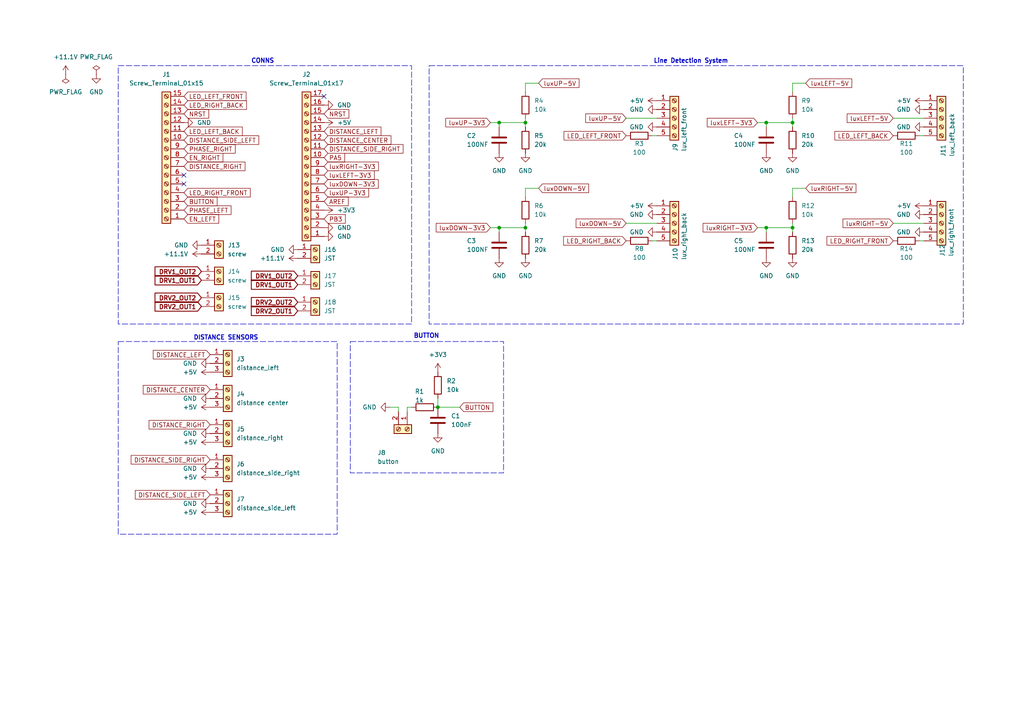
<source format=kicad_sch>
(kicad_sch (version 20250114) (generator "eeschema") (generator_version "9.0")
  (paper "A4")
  (title_block (title "MiniSumo Connectors Board") (date "2025-03-08") (rev "1") (company "Krzysztof Tomicki"))
  (lib_symbols
    (symbol "Connector:Screw_Terminal_01x02" (pin_names (offset 1.016) (hide yes))
      (property "Reference" "J" (at 0 2.54 0))
      (property "Value" "Screw_Terminal_01x02" (at 0 -5.08 0))
      (symbol "Screw_Terminal_01x02_1_1"
        (rectangle (start -1.27 1.27) (end 1.27 -3.81) (stroke (width 0.254)) (fill (type background)))
        (polyline (pts (xy -0.5334 0.3302) (xy 0.3302 -0.508)) (stroke (width 0.1524)))
        (polyline (pts (xy -0.5334 -2.2098) (xy 0.3302 -3.048)) (stroke (width 0.1524)))
        (polyline (pts (xy -0.3556 0.508) (xy 0.508 -0.3302)) (stroke (width 0.1524)))
        (polyline (pts (xy -0.3556 -2.032) (xy 0.508 -2.8702)) (stroke (width 0.1524)))
        (circle (center 0 0) (radius 0.635) (stroke (width 0.1524)))
        (circle (center 0 -2.54) (radius 0.635) (stroke (width 0.1524)))
        (pin passive line (at -5.08 0 0) (length 3.81) (name "Pin_1") (number "1"))
        (pin passive line (at -5.08 -2.54 0) (length 3.81) (name "Pin_2") (number "2"))
      )
    )
    (symbol "Connector:Screw_Terminal_01x03" (pin_names (offset 1.016) (hide yes))
      (property "Reference" "J" (at 0 5.08 0))
      (property "Value" "Screw_Terminal_01x03" (at 0 -5.08 0))
      (symbol "Screw_Terminal_01x03_1_1"
        (rectangle (start -1.27 3.81) (end 1.27 -3.81) (stroke (width 0.254)) (fill (type background)))
        (polyline (pts (xy -0.5334 2.8702) (xy 0.3302 2.032)) (stroke (width 0.1524)))
        (polyline (pts (xy -0.5334 0.3302) (xy 0.3302 -0.508)) (stroke (width 0.1524)))
        (polyline (pts (xy -0.5334 -2.2098) (xy 0.3302 -3.048)) (stroke (width 0.1524)))
        (polyline (pts (xy -0.3556 3.048) (xy 0.508 2.2098)) (stroke (width 0.1524)))
        (polyline (pts (xy -0.3556 0.508) (xy 0.508 -0.3302)) (stroke (width 0.1524)))
        (polyline (pts (xy -0.3556 -2.032) (xy 0.508 -2.8702)) (stroke (width 0.1524)))
        (circle (center 0 2.54) (radius 0.635) (stroke (width 0.1524)))
        (circle (center 0 0) (radius 0.635) (stroke (width 0.1524)))
        (circle (center 0 -2.54) (radius 0.635) (stroke (width 0.1524)))
        (pin passive line (at -5.08 2.54 0) (length 3.81) (name "Pin_1") (number "1"))
        (pin passive line (at -5.08 0 0) (length 3.81) (name "Pin_2") (number "2"))
        (pin passive line (at -5.08 -2.54 0) (length 3.81) (name "Pin_3") (number "3"))
      )
    )
    (symbol "Connector:Screw_Terminal_01x05" (pin_names (offset 1.016) (hide yes))
      (property "Reference" "J" (at 0 7.62 0))
      (property "Value" "Screw_Terminal_01x05" (at 0 -7.62 0))
      (symbol "Screw_Terminal_01x05_1_1"
        (rectangle (start -1.27 6.35) (end 1.27 -6.35) (stroke (width 0.254)) (fill (type background)))
        (polyline (pts (xy -0.5334 5.4102) (xy 0.3302 4.572)) (stroke (width 0.1524)))
        (polyline (pts (xy -0.5334 2.8702) (xy 0.3302 2.032)) (stroke (width 0.1524)))
        (polyline (pts (xy -0.5334 0.3302) (xy 0.3302 -0.508)) (stroke (width 0.1524)))
        (polyline (pts (xy -0.5334 -2.2098) (xy 0.3302 -3.048)) (stroke (width 0.1524)))
        (polyline (pts (xy -0.5334 -4.7498) (xy 0.3302 -5.588)) (stroke (width 0.1524)))
        (polyline (pts (xy -0.3556 5.588) (xy 0.508 4.7498)) (stroke (width 0.1524)))
        (polyline (pts (xy -0.3556 3.048) (xy 0.508 2.2098)) (stroke (width 0.1524)))
        (polyline (pts (xy -0.3556 0.508) (xy 0.508 -0.3302)) (stroke (width 0.1524)))
        (polyline (pts (xy -0.3556 -2.032) (xy 0.508 -2.8702)) (stroke (width 0.1524)))
        (polyline (pts (xy -0.3556 -4.572) (xy 0.508 -5.4102)) (stroke (width 0.1524)))
        (circle (center 0 5.08) (radius 0.635) (stroke (width 0.1524)))
        (circle (center 0 2.54) (radius 0.635) (stroke (width 0.1524)))
        (circle (center 0 0) (radius 0.635) (stroke (width 0.1524)))
        (circle (center 0 -2.54) (radius 0.635) (stroke (width 0.1524)))
        (circle (center 0 -5.08) (radius 0.635) (stroke (width 0.1524)))
        (pin passive line (at -5.08 5.08 0) (length 3.81) (name "Pin_1") (number "1"))
        (pin passive line (at -5.08 2.54 0) (length 3.81) (name "Pin_2") (number "2"))
        (pin passive line (at -5.08 0 0) (length 3.81) (name "Pin_3") (number "3"))
        (pin passive line (at -5.08 -2.54 0) (length 3.81) (name "Pin_4") (number "4"))
        (pin passive line (at -5.08 -5.08 0) (length 3.81) (name "Pin_5") (number "5"))
      )
    )
    (symbol "Connector:Screw_Terminal_01x15" (pin_names (offset 1.016) (hide yes))
      (property "Reference" "J" (at 0 20.32 0))
      (property "Value" "Screw_Terminal_01x15" (at 0 -20.32 0))
      (symbol "Screw_Terminal_01x15_1_1"
        (rectangle (start -1.27 19.05) (end 1.27 -19.05) (stroke (width 0.254)) (fill (type background)))
        (polyline (pts (xy -0.5334 18.1102) (xy 0.3302 17.272)) (stroke (width 0.1524)))
        (polyline (pts (xy -0.5334 15.5702) (xy 0.3302 14.732)) (stroke (width 0.1524)))
        (polyline (pts (xy -0.5334 13.0302) (xy 0.3302 12.192)) (stroke (width 0.1524)))
        (polyline (pts (xy -0.5334 10.4902) (xy 0.3302 9.652)) (stroke (width 0.1524)))
        (polyline (pts (xy -0.5334 7.9502) (xy 0.3302 7.112)) (stroke (width 0.1524)))
        (polyline (pts (xy -0.5334 5.4102) (xy 0.3302 4.572)) (stroke (width 0.1524)))
        (polyline (pts (xy -0.5334 2.8702) (xy 0.3302 2.032)) (stroke (width 0.1524)))
        (polyline (pts (xy -0.5334 0.3302) (xy 0.3302 -0.508)) (stroke (width 0.1524)))
        (polyline (pts (xy -0.5334 -2.2098) (xy 0.3302 -3.048)) (stroke (width 0.1524)))
        (polyline (pts (xy -0.5334 -4.7498) (xy 0.3302 -5.588)) (stroke (width 0.1524)))
        (polyline (pts (xy -0.5334 -7.2898) (xy 0.3302 -8.128)) (stroke (width 0.1524)))
        (polyline (pts (xy -0.5334 -9.8298) (xy 0.3302 -10.668)) (stroke (width 0.1524)))
        (polyline (pts (xy -0.5334 -12.3698) (xy 0.3302 -13.208)) (stroke (width 0.1524)))
        (polyline (pts (xy -0.5334 -14.9098) (xy 0.3302 -15.748)) (stroke (width 0.1524)))
        (polyline (pts (xy -0.5334 -17.4498) (xy 0.3302 -18.288)) (stroke (width 0.1524)))
        (polyline (pts (xy -0.3556 18.288) (xy 0.508 17.4498)) (stroke (width 0.1524)))
        (polyline (pts (xy -0.3556 15.748) (xy 0.508 14.9098)) (stroke (width 0.1524)))
        (polyline (pts (xy -0.3556 13.208) (xy 0.508 12.3698)) (stroke (width 0.1524)))
        (polyline (pts (xy -0.3556 10.668) (xy 0.508 9.8298)) (stroke (width 0.1524)))
        (polyline (pts (xy -0.3556 8.128) (xy 0.508 7.2898)) (stroke (width 0.1524)))
        (polyline (pts (xy -0.3556 5.588) (xy 0.508 4.7498)) (stroke (width 0.1524)))
        (polyline (pts (xy -0.3556 3.048) (xy 0.508 2.2098)) (stroke (width 0.1524)))
        (polyline (pts (xy -0.3556 0.508) (xy 0.508 -0.3302)) (stroke (width 0.1524)))
        (polyline (pts (xy -0.3556 -2.032) (xy 0.508 -2.8702)) (stroke (width 0.1524)))
        (polyline (pts (xy -0.3556 -4.572) (xy 0.508 -5.4102)) (stroke (width 0.1524)))
        (polyline (pts (xy -0.3556 -7.112) (xy 0.508 -7.9502)) (stroke (width 0.1524)))
        (polyline (pts (xy -0.3556 -9.652) (xy 0.508 -10.4902)) (stroke (width 0.1524)))
        (polyline (pts (xy -0.3556 -12.192) (xy 0.508 -13.0302)) (stroke (width 0.1524)))
        (polyline (pts (xy -0.3556 -14.732) (xy 0.508 -15.5702)) (stroke (width 0.1524)))
        (polyline (pts (xy -0.3556 -17.272) (xy 0.508 -18.1102)) (stroke (width 0.1524)))
        (circle (center 0 17.78) (radius 0.635) (stroke (width 0.1524)))
        (circle (center 0 15.24) (radius 0.635) (stroke (width 0.1524)))
        (circle (center 0 12.7) (radius 0.635) (stroke (width 0.1524)))
        (circle (center 0 10.16) (radius 0.635) (stroke (width 0.1524)))
        (circle (center 0 7.62) (radius 0.635) (stroke (width 0.1524)))
        (circle (center 0 5.08) (radius 0.635) (stroke (width 0.1524)))
        (circle (center 0 2.54) (radius 0.635) (stroke (width 0.1524)))
        (circle (center 0 0) (radius 0.635) (stroke (width 0.1524)))
        (circle (center 0 -2.54) (radius 0.635) (stroke (width 0.1524)))
        (circle (center 0 -5.08) (radius 0.635) (stroke (width 0.1524)))
        (circle (center 0 -7.62) (radius 0.635) (stroke (width 0.1524)))
        (circle (center 0 -10.16) (radius 0.635) (stroke (width 0.1524)))
        (circle (center 0 -12.7) (radius 0.635) (stroke (width 0.1524)))
        (circle (center 0 -15.24) (radius 0.635) (stroke (width 0.1524)))
        (circle (center 0 -17.78) (radius 0.635) (stroke (width 0.1524)))
        (pin passive line (at -5.08 17.78 0) (length 3.81) (name "Pin_1") (number "1"))
        (pin passive line (at -5.08 15.24 0) (length 3.81) (name "Pin_2") (number "2"))
        (pin passive line (at -5.08 12.7 0) (length 3.81) (name "Pin_3") (number "3"))
        (pin passive line (at -5.08 10.16 0) (length 3.81) (name "Pin_4") (number "4"))
        (pin passive line (at -5.08 7.62 0) (length 3.81) (name "Pin_5") (number "5"))
        (pin passive line (at -5.08 5.08 0) (length 3.81) (name "Pin_6") (number "6"))
        (pin passive line (at -5.08 2.54 0) (length 3.81) (name "Pin_7") (number "7"))
        (pin passive line (at -5.08 0 0) (length 3.81) (name "Pin_8") (number "8"))
        (pin passive line (at -5.08 -2.54 0) (length 3.81) (name "Pin_9") (number "9"))
        (pin passive line (at -5.08 -5.08 0) (length 3.81) (name "Pin_10") (number "10"))
        (pin passive line (at -5.08 -7.62 0) (length 3.81) (name "Pin_11") (number "11"))
        (pin passive line (at -5.08 -10.16 0) (length 3.81) (name "Pin_12") (number "12"))
        (pin passive line (at -5.08 -12.7 0) (length 3.81) (name "Pin_13") (number "13"))
        (pin passive line (at -5.08 -15.24 0) (length 3.81) (name "Pin_14") (number "14"))
        (pin passive line (at -5.08 -17.78 0) (length 3.81) (name "Pin_15") (number "15"))
      )
    )
    (symbol "Connector:Screw_Terminal_01x17" (pin_names (offset 1.016) (hide yes))
      (property "Reference" "J" (at 0 22.86 0))
      (property "Value" "Screw_Terminal_01x17" (at 0 -22.86 0))
      (symbol "Screw_Terminal_01x17_1_1"
        (rectangle (start -1.27 21.59) (end 1.27 -21.59) (stroke (width 0.254)) (fill (type background)))
        (polyline (pts (xy -0.5334 20.6502) (xy 0.3302 19.812)) (stroke (width 0.1524)))
        (polyline (pts (xy -0.5334 18.1102) (xy 0.3302 17.272)) (stroke (width 0.1524)))
        (polyline (pts (xy -0.5334 15.5702) (xy 0.3302 14.732)) (stroke (width 0.1524)))
        (polyline (pts (xy -0.5334 13.0302) (xy 0.3302 12.192)) (stroke (width 0.1524)))
        (polyline (pts (xy -0.5334 10.4902) (xy 0.3302 9.652)) (stroke (width 0.1524)))
        (polyline (pts (xy -0.5334 7.9502) (xy 0.3302 7.112)) (stroke (width 0.1524)))
        (polyline (pts (xy -0.5334 5.4102) (xy 0.3302 4.572)) (stroke (width 0.1524)))
        (polyline (pts (xy -0.5334 2.8702) (xy 0.3302 2.032)) (stroke (width 0.1524)))
        (polyline (pts (xy -0.5334 0.3302) (xy 0.3302 -0.508)) (stroke (width 0.1524)))
        (polyline (pts (xy -0.5334 -2.2098) (xy 0.3302 -3.048)) (stroke (width 0.1524)))
        (polyline (pts (xy -0.5334 -4.7498) (xy 0.3302 -5.588)) (stroke (width 0.1524)))
        (polyline (pts (xy -0.5334 -7.2898) (xy 0.3302 -8.128)) (stroke (width 0.1524)))
        (polyline (pts (xy -0.5334 -9.8298) (xy 0.3302 -10.668)) (stroke (width 0.1524)))
        (polyline (pts (xy -0.5334 -12.3698) (xy 0.3302 -13.208)) (stroke (width 0.1524)))
        (polyline (pts (xy -0.5334 -14.9098) (xy 0.3302 -15.748)) (stroke (width 0.1524)))
        (polyline (pts (xy -0.5334 -17.4498) (xy 0.3302 -18.288)) (stroke (width 0.1524)))
        (polyline (pts (xy -0.5334 -19.9898) (xy 0.3302 -20.828)) (stroke (width 0.1524)))
        (polyline (pts (xy -0.3556 20.828) (xy 0.508 19.9898)) (stroke (width 0.1524)))
        (polyline (pts (xy -0.3556 18.288) (xy 0.508 17.4498)) (stroke (width 0.1524)))
        (polyline (pts (xy -0.3556 15.748) (xy 0.508 14.9098)) (stroke (width 0.1524)))
        (polyline (pts (xy -0.3556 13.208) (xy 0.508 12.3698)) (stroke (width 0.1524)))
        (polyline (pts (xy -0.3556 10.668) (xy 0.508 9.8298)) (stroke (width 0.1524)))
        (polyline (pts (xy -0.3556 8.128) (xy 0.508 7.2898)) (stroke (width 0.1524)))
        (polyline (pts (xy -0.3556 5.588) (xy 0.508 4.7498)) (stroke (width 0.1524)))
        (polyline (pts (xy -0.3556 3.048) (xy 0.508 2.2098)) (stroke (width 0.1524)))
        (polyline (pts (xy -0.3556 0.508) (xy 0.508 -0.3302)) (stroke (width 0.1524)))
        (polyline (pts (xy -0.3556 -2.032) (xy 0.508 -2.8702)) (stroke (width 0.1524)))
        (polyline (pts (xy -0.3556 -4.572) (xy 0.508 -5.4102)) (stroke (width 0.1524)))
        (polyline (pts (xy -0.3556 -7.112) (xy 0.508 -7.9502)) (stroke (width 0.1524)))
        (polyline (pts (xy -0.3556 -9.652) (xy 0.508 -10.4902)) (stroke (width 0.1524)))
        (polyline (pts (xy -0.3556 -12.192) (xy 0.508 -13.0302)) (stroke (width 0.1524)))
        (polyline (pts (xy -0.3556 -14.732) (xy 0.508 -15.5702)) (stroke (width 0.1524)))
        (polyline (pts (xy -0.3556 -17.272) (xy 0.508 -18.1102)) (stroke (width 0.1524)))
        (polyline (pts (xy -0.3556 -19.812) (xy 0.508 -20.6502)) (stroke (width 0.1524)))
        (circle (center 0 20.32) (radius 0.635) (stroke (width 0.1524)))
        (circle (center 0 17.78) (radius 0.635) (stroke (width 0.1524)))
        (circle (center 0 15.24) (radius 0.635) (stroke (width 0.1524)))
        (circle (center 0 12.7) (radius 0.635) (stroke (width 0.1524)))
        (circle (center 0 10.16) (radius 0.635) (stroke (width 0.1524)))
        (circle (center 0 7.62) (radius 0.635) (stroke (width 0.1524)))
        (circle (center 0 5.08) (radius 0.635) (stroke (width 0.1524)))
        (circle (center 0 2.54) (radius 0.635) (stroke (width 0.1524)))
        (circle (center 0 0) (radius 0.635) (stroke (width 0.1524)))
        (circle (center 0 -2.54) (radius 0.635) (stroke (width 0.1524)))
        (circle (center 0 -5.08) (radius 0.635) (stroke (width 0.1524)))
        (circle (center 0 -7.62) (radius 0.635) (stroke (width 0.1524)))
        (circle (center 0 -10.16) (radius 0.635) (stroke (width 0.1524)))
        (circle (center 0 -12.7) (radius 0.635) (stroke (width 0.1524)))
        (circle (center 0 -15.24) (radius 0.635) (stroke (width 0.1524)))
        (circle (center 0 -17.78) (radius 0.635) (stroke (width 0.1524)))
        (circle (center 0 -20.32) (radius 0.635) (stroke (width 0.1524)))
        (pin passive line (at -5.08 20.32 0) (length 3.81) (name "Pin_1") (number "1"))
        (pin passive line (at -5.08 17.78 0) (length 3.81) (name "Pin_2") (number "2"))
        (pin passive line (at -5.08 15.24 0) (length 3.81) (name "Pin_3") (number "3"))
        (pin passive line (at -5.08 12.7 0) (length 3.81) (name "Pin_4") (number "4"))
        (pin passive line (at -5.08 10.16 0) (length 3.81) (name "Pin_5") (number "5"))
        (pin passive line (at -5.08 7.62 0) (length 3.81) (name "Pin_6") (number "6"))
        (pin passive line (at -5.08 5.08 0) (length 3.81) (name "Pin_7") (number "7"))
        (pin passive line (at -5.08 2.54 0) (length 3.81) (name "Pin_8") (number "8"))
        (pin passive line (at -5.08 0 0) (length 3.81) (name "Pin_9") (number "9"))
        (pin passive line (at -5.08 -2.54 0) (length 3.81) (name "Pin_10") (number "10"))
        (pin passive line (at -5.08 -5.08 0) (length 3.81) (name "Pin_11") (number "11"))
        (pin passive line (at -5.08 -7.62 0) (length 3.81) (name "Pin_12") (number "12"))
        (pin passive line (at -5.08 -10.16 0) (length 3.81) (name "Pin_13") (number "13"))
        (pin passive line (at -5.08 -12.7 0) (length 3.81) (name "Pin_14") (number "14"))
        (pin passive line (at -5.08 -15.24 0) (length 3.81) (name "Pin_15") (number "15"))
        (pin passive line (at -5.08 -17.78 0) (length 3.81) (name "Pin_16") (number "16"))
        (pin passive line (at -5.08 -20.32 0) (length 3.81) (name "Pin_17") (number "17"))
      )
    )
    (symbol "Device:C" (pin_numbers (hide yes)) (pin_names (offset 0.254))
      (property "Reference" "C" (at 0.635 2.54 0))
      (property "Value" "C" (at 0.635 -2.54 0))
      (symbol "C_0_1"
        (polyline (pts (xy -2.032 0.762) (xy 2.032 0.762)) (stroke (width 0.508)))
        (polyline (pts (xy -2.032 -0.762) (xy 2.032 -0.762)) (stroke (width 0.508)))
      )
      (symbol "C_1_1"
        (pin passive line (at 0 3.81 270) (length 2.794) (name "~") (number "1"))
        (pin passive line (at 0 -3.81 90) (length 2.794) (name "~") (number "2"))
      )
    )
    (symbol "Device:R" (pin_numbers (hide yes)) (pin_names (offset 0))
      (property "Reference" "R" (at 2.032 0 90))
      (property "Value" "R" (at 0 0 90))
      (symbol "R_0_1"
        (rectangle (start -1.016 -2.54) (end 1.016 2.54) (stroke (width 0.254)))
      )
      (symbol "R_1_1"
        (pin passive line (at 0 3.81 270) (length 1.27) (name "~") (number "1"))
        (pin passive line (at 0 -3.81 90) (length 1.27) (name "~") (number "2"))
      )
    )
    (symbol "power:+12V" (power) (pin_numbers (hide yes)) (pin_names (offset 0) (hide yes))
      (property "Value" "+12V" (at 0 3.556 0))
      (symbol "+12V_0_1"
        (polyline (pts (xy -0.762 1.27) (xy 0 2.54)))
        (polyline (pts (xy 0 2.54) (xy 0.762 1.27)))
        (polyline (pts (xy 0 0) (xy 0 2.54)))
      )
      (symbol "+12V_1_1"
        (pin power_in line (at 0 0 90) (length 0) (name "~") (number "1"))
      )
    )
    (symbol "power:+3V3" (power) (pin_numbers (hide yes)) (pin_names (offset 0) (hide yes))
      (property "Value" "+3V3" (at 0 3.556 0))
      (symbol "+3V3_0_1"
        (polyline (pts (xy -0.762 1.27) (xy 0 2.54)))
        (polyline (pts (xy 0 2.54) (xy 0.762 1.27)))
        (polyline (pts (xy 0 0) (xy 0 2.54)))
      )
      (symbol "+3V3_1_1"
        (pin power_in line (at 0 0 90) (length 0) (name "~") (number "1"))
      )
    )
    (symbol "power:+5V" (power) (pin_numbers (hide yes)) (pin_names (offset 0) (hide yes))
      (property "Value" "+5V" (at 0 3.556 0))
      (symbol "+5V_0_1"
        (polyline (pts (xy -0.762 1.27) (xy 0 2.54)))
        (polyline (pts (xy 0 2.54) (xy 0.762 1.27)))
        (polyline (pts (xy 0 0) (xy 0 2.54)))
      )
      (symbol "+5V_1_1"
        (pin power_in line (at 0 0 90) (length 0) (name "~") (number "1"))
      )
    )
    (symbol "power:GND" (power) (pin_numbers (hide yes)) (pin_names (offset 0) (hide yes))
      (property "Value" "GND" (at 0 -3.81 0))
      (symbol "GND_0_1"
        (polyline (pts (xy 0 0) (xy 0 -1.27) (xy 1.27 -1.27) (xy 0 -2.54) (xy -1.27 -1.27) (xy 0 -1.27)))
      )
      (symbol "GND_1_1"
        (pin power_in line (at 0 0 270) (length 0) (name "~") (number "1"))
      )
    )
    (symbol "power:PWR_FLAG" (power) (pin_numbers (hide yes)) (pin_names (offset 0) (hide yes))
      (property "Value" "PWR_FLAG" (at 0 3.81 0))
      (symbol "PWR_FLAG_0_0"
        (pin power_out line (at 0 0 90) (length 0) (name "~") (number "1"))
      )
      (symbol "PWR_FLAG_0_1"
        (polyline (pts (xy 0 0) (xy 0 1.27) (xy -1.016 1.905) (xy 0 2.54) (xy 1.016 1.905) (xy 0 1.27)))
      )
    )
  )
  (rectangle (start 34.29 19.05) (end 119.38 93.98) (stroke (width 0) (type dash)))
  (rectangle (start 124.46 19.05) (end 279.4 93.98) (stroke (width 0) (type dash)))
  (rectangle (start 34.29 99.06) (end 97.79 154.94) (stroke (width 0) (type dash)))
  (rectangle (start 101.6 99.06) (end 146.05 137.16) (stroke (width 0) (type dash)))
  (text "DISTANCE SENSORS" (at 65.532 98.044 0) (effects (font (size 1.27 1.27) (bold yes))))
  (text "Line Detection System" (at 200.406 17.78 0) (effects (font (size 1.27 1.27) (bold yes))))
  (text "CONNS" (at 76.2 17.78 0) (effects (font (size 1.27 1.27) (thickness 0.254) (bold yes))))
  (text "BUTTON\n" (at 123.698 97.536 0) (effects (font (size 1.27 1.27) (bold yes))))
  (junction (at 152.4 66.04))
  (junction (at 127 118.11))
  (junction (at 144.78 35.56))
  (junction (at 152.4 35.56))
  (junction (at 144.78 66.04))
  (junction (at 222.25 66.04))
  (junction (at 229.87 66.04))
  (junction (at 222.25 35.56))
  (junction (at 229.87 35.56))
  (no_connect (at 53.34 53.34))
  (no_connect (at 93.98 27.94))
  (no_connect (at 53.34 50.8))
  (wire (pts (xy 266.7 69.85) (xy 267.97 69.85)))
  (wire (pts (xy 152.4 64.77) (xy 152.4 66.04)))
  (wire (pts (xy 259.08 34.29) (xy 267.97 34.29)))
  (wire (pts (xy 144.78 66.04) (xy 144.78 67.31)))
  (wire (pts (xy 152.4 66.04) (xy 152.4 67.31)))
  (wire (pts (xy 152.4 54.61) (xy 152.4 57.15)))
  (wire (pts (xy 144.78 35.56) (xy 152.4 35.56)))
  (wire (pts (xy 144.78 35.56) (xy 144.78 36.83)))
  (wire (pts (xy 222.25 66.04) (xy 222.25 67.31)))
  (wire (pts (xy 152.4 35.56) (xy 152.4 36.83)))
  (wire (pts (xy 229.87 54.61) (xy 229.87 57.15)))
  (wire (pts (xy 189.23 39.37) (xy 190.5 39.37)))
  (wire (pts (xy 118.11 118.11) (xy 119.38 118.11)))
  (wire (pts (xy 152.4 34.29) (xy 152.4 35.56)))
  (wire (pts (xy 144.78 66.04) (xy 152.4 66.04)))
  (wire (pts (xy 229.87 24.13) (xy 229.87 26.67)))
  (wire (pts (xy 118.11 119.38) (xy 118.11 118.11)))
  (wire (pts (xy 152.4 24.13) (xy 152.4 26.67)))
  (wire (pts (xy 189.23 69.85) (xy 190.5 69.85)))
  (wire (pts (xy 229.87 34.29) (xy 229.87 35.56)))
  (wire (pts (xy 229.87 24.13) (xy 233.68 24.13)))
  (wire (pts (xy 266.7 39.37) (xy 267.97 39.37)))
  (wire (pts (xy 222.25 66.04) (xy 229.87 66.04)))
  (wire (pts (xy 127 115.57) (xy 127 118.11)))
  (wire (pts (xy 115.57 118.11) (xy 115.57 119.38)))
  (wire (pts (xy 222.25 35.56) (xy 229.87 35.56)))
  (wire (pts (xy 181.61 64.77) (xy 190.5 64.77)))
  (wire (pts (xy 229.87 66.04) (xy 229.87 67.31)))
  (wire (pts (xy 229.87 64.77) (xy 229.87 66.04)))
  (wire (pts (xy 181.61 34.29) (xy 190.5 34.29)))
  (wire (pts (xy 142.24 35.56) (xy 144.78 35.56)))
  (wire (pts (xy 152.4 54.61) (xy 156.21 54.61)))
  (wire (pts (xy 229.87 35.56) (xy 229.87 36.83)))
  (wire (pts (xy 142.24 66.04) (xy 144.78 66.04)))
  (wire (pts (xy 113.03 118.11) (xy 115.57 118.11)))
  (wire (pts (xy 259.08 64.77) (xy 267.97 64.77)))
  (wire (pts (xy 222.25 35.56) (xy 222.25 36.83)))
  (wire (pts (xy 219.71 66.04) (xy 222.25 66.04)))
  (wire (pts (xy 219.71 35.56) (xy 222.25 35.56)))
  (wire (pts (xy 127 118.11) (xy 133.35 118.11)))
  (wire (pts (xy 152.4 24.13) (xy 156.21 24.13)))
  (wire (pts (xy 229.87 54.61) (xy 233.68 54.61)))
  (global_label "LED_RIGHT_BACK" (shape input) (at 181.61 69.85 180) (property "Intersheetrefs" "${INTERSHEET_REFS}" (effects (hide yes))))
  (global_label "luxUP-3V3" (shape input) (at 142.24 35.56 180) (property "Intersheetrefs" "${INTERSHEET_REFS}" (effects (hide yes))))
  (global_label "EN_RIGHT" (shape input) (at 53.34 45.72 0) (property "Intersheetrefs" "${INTERSHEET_REFS}" (effects (hide yes))))
  (global_label "luxRIGHT-3V3" (shape input) (at 93.98 48.26 0) (property "Intersheetrefs" "${INTERSHEET_REFS}" (effects (hide yes))))
  (global_label "luxLEFT-3V3" (shape input) (at 93.98 50.8 0) (property "Intersheetrefs" "${INTERSHEET_REFS}" (effects (hide yes))))
  (global_label "PB3" (shape input) (at 93.98 63.5 0) (property "Intersheetrefs" "${INTERSHEET_REFS}" (effects (hide yes))))
  (global_label "luxUP-5V" (shape input) (at 181.61 34.29 180) (property "Intersheetrefs" "${INTERSHEET_REFS}" (effects (hide yes))))
  (global_label "PHASE_RIGHT" (shape input) (at 53.34 43.18 0) (property "Intersheetrefs" "${INTERSHEET_REFS}" (effects (hide yes))))
  (global_label "DRV2_OUT2" (shape input) (at 86.36 87.63 180) (effects (font (bold yes))) (property "Intersheetrefs" "${INTERSHEET_REFS}" (effects (hide yes))))
  (global_label "PA5" (shape input) (at 93.98 45.72 0) (property "Intersheetrefs" "${INTERSHEET_REFS}" (effects (hide yes))))
  (global_label "DRV2_OUT1" (shape input) (at 58.42 88.9 180) (effects (font (bold yes))) (property "Intersheetrefs" "${INTERSHEET_REFS}" (effects (hide yes))))
  (global_label "DRV2_OUT1" (shape input) (at 86.36 90.17 180) (effects (font (bold yes))) (property "Intersheetrefs" "${INTERSHEET_REFS}" (effects (hide yes))))
  (global_label "luxLEFT-3V3" (shape input) (at 219.71 35.56 180) (property "Intersheetrefs" "${INTERSHEET_REFS}" (effects (hide yes))))
  (global_label "luxLEFT-5V" (shape input) (at 259.08 34.29 180) (property "Intersheetrefs" "${INTERSHEET_REFS}" (effects (hide yes))))
  (global_label "BUTTON" (shape input) (at 133.35 118.11 0) (property "Intersheetrefs" "${INTERSHEET_REFS}" (effects (hide yes))))
  (global_label "DISTANCE_RIGHT" (shape input) (at 60.96 123.19 180) (property "Intersheetrefs" "${INTERSHEET_REFS}" (effects (hide yes))))
  (global_label "EN_LEFT" (shape input) (at 53.34 63.5 0) (property "Intersheetrefs" "${INTERSHEET_REFS}" (effects (hide yes))))
  (global_label "LED_LEFT_FRONT" (shape input) (at 181.61 39.37 180) (property "Intersheetrefs" "${INTERSHEET_REFS}" (effects (hide yes))))
  (global_label "DISTANCE_LEFT" (shape input) (at 60.96 102.87 180) (property "Intersheetrefs" "${INTERSHEET_REFS}" (effects (hide yes))))
  (global_label "LED_LEFT_BACK" (shape input) (at 53.34 38.1 0) (property "Intersheetrefs" "${INTERSHEET_REFS}" (effects (hide yes))))
  (global_label "DISTANCE_CENTER" (shape input) (at 93.98 40.64 0) (property "Intersheetrefs" "${INTERSHEET_REFS}" (effects (hide yes))))
  (global_label "DRV1_OUT2" (shape input) (at 86.36 80.01 180) (effects (font (bold yes))) (property "Intersheetrefs" "${INTERSHEET_REFS}" (effects (hide yes))))
  (global_label "DISTANCE_SIDE_LEFT" (shape input) (at 60.96 143.51 180) (property "Intersheetrefs" "${INTERSHEET_REFS}" (effects (hide yes))))
  (global_label "PHASE_LEFT" (shape input) (at 53.34 60.96 0) (property "Intersheetrefs" "${INTERSHEET_REFS}" (effects (hide yes))))
  (global_label "luxDOWN-3V3" (shape input) (at 93.98 53.34 0) (property "Intersheetrefs" "${INTERSHEET_REFS}" (effects (hide yes))))
  (global_label "DRV1_OUT1" (shape input) (at 86.36 82.55 180) (effects (font (bold yes))) (property "Intersheetrefs" "${INTERSHEET_REFS}" (effects (hide yes))))
  (global_label "NRST" (shape input) (at 93.98 33.02 0) (property "Intersheetrefs" "${INTERSHEET_REFS}" (effects (hide yes))))
  (global_label "DISTANCE_SIDE_LEFT" (shape input) (at 53.34 40.64 0) (property "Intersheetrefs" "${INTERSHEET_REFS}" (effects (hide yes))))
  (global_label "luxDOWN-3V3" (shape input) (at 142.24 66.04 180) (property "Intersheetrefs" "${INTERSHEET_REFS}" (effects (hide yes))))
  (global_label "luxLEFT-5V" (shape input) (at 233.68 24.13 0) (property "Intersheetrefs" "${INTERSHEET_REFS}" (effects (hide yes))))
  (global_label "LED_LEFT_BACK" (shape input) (at 259.08 39.37 180) (property "Intersheetrefs" "${INTERSHEET_REFS}" (effects (hide yes))))
  (global_label "DISTANCE_CENTER" (shape input) (at 60.96 113.03 180) (property "Intersheetrefs" "${INTERSHEET_REFS}" (effects (hide yes))))
  (global_label "AREF" (shape input) (at 93.98 58.42 0) (property "Intersheetrefs" "${INTERSHEET_REFS}" (effects (hide yes))))
  (global_label "luxUP-5V" (shape input) (at 156.21 24.13 0) (property "Intersheetrefs" "${INTERSHEET_REFS}" (effects (hide yes))))
  (global_label "DISTANCE_LEFT" (shape input) (at 93.98 38.1 0) (property "Intersheetrefs" "${INTERSHEET_REFS}" (effects (hide yes))))
  (global_label "DRV2_OUT2" (shape input) (at 58.42 86.36 180) (effects (font (bold yes))) (property "Intersheetrefs" "${INTERSHEET_REFS}" (effects (hide yes))))
  (global_label "DISTANCE_SIDE_RIGHT" (shape input) (at 93.98 43.18 0) (property "Intersheetrefs" "${INTERSHEET_REFS}" (effects (hide yes))))
  (global_label "LED_RIGHT_FRONT" (shape input) (at 53.34 55.88 0) (property "Intersheetrefs" "${INTERSHEET_REFS}" (effects (hide yes))))
  (global_label "LED_RIGHT_FRONT" (shape input) (at 259.08 69.85 180) (property "Intersheetrefs" "${INTERSHEET_REFS}" (effects (hide yes))))
  (global_label "luxDOWN-5V" (shape input) (at 156.21 54.61 0) (property "Intersheetrefs" "${INTERSHEET_REFS}" (effects (hide yes))))
  (global_label "BUTTON" (shape input) (at 53.34 58.42 0) (property "Intersheetrefs" "${INTERSHEET_REFS}" (effects (hide yes))))
  (global_label "luxUP-3V3" (shape input) (at 93.98 55.88 0) (property "Intersheetrefs" "${INTERSHEET_REFS}" (effects (hide yes))))
  (global_label "DISTANCE_SIDE_RIGHT" (shape input) (at 60.96 133.35 180) (property "Intersheetrefs" "${INTERSHEET_REFS}" (effects (hide yes))))
  (global_label "luxDOWN-5V" (shape input) (at 181.61 64.77 180) (property "Intersheetrefs" "${INTERSHEET_REFS}" (effects (hide yes))))
  (global_label "NRST" (shape input) (at 53.34 33.02 0) (property "Intersheetrefs" "${INTERSHEET_REFS}" (effects (hide yes))))
  (global_label "luxRIGHT-3V3" (shape input) (at 219.71 66.04 180) (property "Intersheetrefs" "${INTERSHEET_REFS}" (effects (hide yes))))
  (global_label "luxRIGHT-5V" (shape input) (at 259.08 64.77 180) (property "Intersheetrefs" "${INTERSHEET_REFS}" (effects (hide yes))))
  (global_label "LED_RIGHT_BACK" (shape input) (at 53.34 30.48 0) (property "Intersheetrefs" "${INTERSHEET_REFS}" (effects (hide yes))))
  (global_label "DRV1_OUT2" (shape input) (at 58.42 78.74 180) (effects (font (bold yes))) (property "Intersheetrefs" "${INTERSHEET_REFS}" (effects (hide yes))))
  (global_label "LED_LEFT_FRONT" (shape input) (at 53.34 27.94 0) (property "Intersheetrefs" "${INTERSHEET_REFS}" (effects (hide yes))))
  (global_label "DISTANCE_RIGHT" (shape input) (at 53.34 48.26 0) (property "Intersheetrefs" "${INTERSHEET_REFS}" (effects (hide yes))))
  (global_label "DRV1_OUT1" (shape input) (at 58.42 81.28 180) (effects (font (bold yes))) (property "Intersheetrefs" "${INTERSHEET_REFS}" (effects (hide yes))))
  (global_label "luxRIGHT-5V" (shape input) (at 233.68 54.61 0) (property "Intersheetrefs" "${INTERSHEET_REFS}" (effects (hide yes))))
  (symbol (lib_id "power:GND") (at 190.5 36.83 270) (unit 1)
    (property "Reference" "#PWR025" (effects (hide yes)))
    (property "Value" "GND" (at 186.69 36.8299 90) (effects (justify right)))
    (property "Description" "Power symbol creates a global label with name \"GND\" , ground" (effects (hide yes)))
  )
  (symbol (lib_id "Connector:Screw_Terminal_01x17") (at 88.9 48.26 180) (unit 1)
    (property "Reference" "J2" (at 88.9 21.59 0))
    (property "Value" "Screw_Terminal_01x17" (at 88.9 24.13 0))
    (property "Footprint" "Connector_PinHeader_2.54mm:PinHeader_1x17_P2.54mm_Vertical" (effects (hide yes)))
    (property "Description" "Generic screw terminal, single row, 01x17, script generated (kicad-library-utils/schlib/autogen/connector/)" (effects (hide yes)))
  )
  (symbol (lib_id "power:+5V") (at 60.96 118.11 90) (unit 1)
    (property "Reference" "#PWR013" (effects (hide yes)))
    (property "Value" "+5V" (at 57.15 118.1099 90) (effects (justify left)))
    (property "Description" "Power symbol creates a global label with name \"+5V\"" (effects (hide yes)))
  )
  (symbol (lib_id "power:GND") (at 144.78 74.93 0) (unit 1)
    (property "Reference" "#PWR028" (effects (hide yes)))
    (property "Value" "GND" (at 144.78 80.01 0))
    (property "Description" "Power symbol creates a global label with name \"GND\" , ground" (effects (hide yes)))
  )
  (symbol (lib_id "power:GND") (at 229.87 74.93 0) (unit 1)
    (property "Reference" "#PWR039" (effects (hide yes)))
    (property "Value" "GND" (at 229.87 80.01 0))
    (property "Description" "Power symbol creates a global label with name \"GND\" , ground" (effects (hide yes)))
  )
  (symbol (lib_id "Connector:Screw_Terminal_01x02") (at 91.44 80.01 0) (unit 1)
    (property "Reference" "J17" (at 93.98 80.0099 0) (effects (justify left)))
    (property "Value" "JST" (at 93.98 82.5499 0) (effects (justify left)))
    (property "Footprint" "Connector_JST:JST_PH_B2B-PH-K_1x02_P2.00mm_Vertical" (effects (hide yes)))
    (property "Description" "Generic screw terminal, single row, 01x02, script generated (kicad-library-utils/schlib/autogen/connector/)" (effects (hide yes)))
  )
  (symbol (lib_id "Device:R") (at 262.89 39.37 90) (unit 1)
    (property "Reference" "R11" (at 262.89 41.656 90))
    (property "Value" "100" (at 262.89 44.196 90))
    (property "Footprint" "Resistor_SMD:R_0805_2012Metric_Pad1.20x1.40mm_HandSolder" (effects (hide yes)))
    (property "Description" "Resistor" (effects (hide yes)))
  )
  (symbol (lib_id "Device:R") (at 229.87 30.48 0) (unit 1)
    (property "Reference" "R9" (at 232.41 29.2099 0) (effects (justify left)))
    (property "Value" "10k" (at 232.41 31.7499 0) (effects (justify left)))
    (property "Footprint" "Resistor_SMD:R_0805_2012Metric_Pad1.20x1.40mm_HandSolder" (effects (hide yes)))
    (property "Description" "Resistor" (effects (hide yes)))
  )
  (symbol (lib_id "power:GND") (at 93.98 30.48 90) (unit 1)
    (property "Reference" "#PWR05" (effects (hide yes)))
    (property "Value" "GND" (at 97.79 30.4799 90) (effects (justify right)))
    (property "Description" "Power symbol creates a global label with name \"GND\" , ground" (effects (hide yes)))
  )
  (symbol (lib_id "power:+5V") (at 60.96 138.43 90) (unit 1)
    (property "Reference" "#PWR019" (effects (hide yes)))
    (property "Value" "+5V" (at 57.15 138.4299 90) (effects (justify left)))
    (property "Description" "Power symbol creates a global label with name \"+5V\"" (effects (hide yes)))
  )
  (symbol (lib_id "power:+3V3") (at 127 107.95 0) (unit 1)
    (property "Reference" "#PWR022" (effects (hide yes)))
    (property "Value" "+3V3" (at 127 102.87 0))
    (property "Description" "Power symbol creates a global label with name \"+3V3\"" (effects (hide yes)))
  )
  (symbol (lib_id "Device:C") (at 222.25 71.12 0) (unit 1)
    (property "Reference" "C5" (at 212.852 69.85 0) (effects (justify left)))
    (property "Value" "100NF" (at 212.852 72.39 0) (effects (justify left)))
    (property "Footprint" "Capacitor_SMD:C_0805_2012Metric_Pad1.18x1.45mm_HandSolder" (effects (hide yes)))
    (property "Description" "Unpolarized capacitor" (effects (hide yes)))
  )
  (symbol (lib_id "Connector:Screw_Terminal_01x02") (at 63.5 71.12 0) (unit 1)
    (property "Reference" "J13" (at 66.04 71.1199 0) (effects (justify left)))
    (property "Value" "screw" (at 66.04 73.6599 0) (effects (justify left)))
    (property "Footprint" "Connector_PinHeader_2.54mm:PinHeader_2x02_P2.54mm_Vertical" (effects (hide yes)))
    (property "Description" "Generic screw terminal, single row, 01x02, script generated (kicad-library-utils/schlib/autogen/connector/)" (effects (hide yes)))
  )
  (symbol (lib_id "Connector:Screw_Terminal_01x03") (at 66.04 146.05 0) (unit 1)
    (property "Reference" "J7" (at 68.58 144.7799 0) (effects (justify left)))
    (property "Value" "distance_side_left" (at 68.58 147.3199 0) (effects (justify left)))
    (property "Footprint" "Connector_JST:JST_PH_B3B-PH-K_1x03_P2.00mm_Vertical" (effects (hide yes)))
    (property "Description" "Generic screw terminal, single row, 01x03, script generated (kicad-library-utils/schlib/autogen/connector/)" (effects (hide yes)))
  )
  (symbol (lib_id "power:+5V") (at 60.96 107.95 90) (unit 1)
    (property "Reference" "#PWR011" (effects (hide yes)))
    (property "Value" "+5V" (at 57.15 107.9499 90) (effects (justify left)))
    (property "Description" "Power symbol creates a global label with name \"+5V\"" (effects (hide yes)))
  )
  (symbol (lib_id "power:GND") (at 58.42 71.12 270) (unit 1)
    (property "Reference" "#PWR044" (effects (hide yes)))
    (property "Value" "GND" (at 54.61 71.1199 90) (effects (justify right)))
    (property "Description" "Power symbol creates a global label with name \"GND\" , ground" (effects (hide yes)))
  )
  (symbol (lib_id "Device:R") (at 152.4 71.12 0) (unit 1)
    (property "Reference" "R7" (at 154.94 69.8499 0) (effects (justify left)))
    (property "Value" "20k" (at 154.94 72.3899 0) (effects (justify left)))
    (property "Footprint" "Resistor_SMD:R_0805_2012Metric_Pad1.20x1.40mm_HandSolder" (effects (hide yes)))
    (property "Description" "Resistor" (effects (hide yes)))
  )
  (symbol (lib_id "power:GND") (at 267.97 36.83 270) (unit 1)
    (property "Reference" "#PWR037" (effects (hide yes)))
    (property "Value" "GND" (at 264.16 36.8299 90) (effects (justify right)))
    (property "Description" "Power symbol creates a global label with name \"GND\" , ground" (effects (hide yes)))
  )
  (symbol (lib_id "power:GND") (at 86.36 72.39 270) (unit 1)
    (property "Reference" "#PWR045" (effects (hide yes)))
    (property "Value" "GND" (at 82.55 72.3899 90) (effects (justify right)))
    (property "Description" "Power symbol creates a global label with name \"GND\" , ground" (effects (hide yes)))
  )
  (symbol (lib_id "power:GND") (at 113.03 118.11 270) (unit 1)
    (property "Reference" "#PWR020" (effects (hide yes)))
    (property "Value" "GND" (at 109.22 118.1099 90) (effects (justify right)))
    (property "Description" "Power symbol creates a global label with name \"GND\" , ground" (effects (hide yes)))
  )
  (symbol (lib_id "power:GND") (at 60.96 146.05 270) (unit 1)
    (property "Reference" "#PWR016" (effects (hide yes)))
    (property "Value" "GND" (at 57.15 146.0499 90) (effects (justify right)))
    (property "Description" "Power symbol creates a global label with name \"GND\" , ground" (effects (hide yes)))
  )
  (symbol (lib_id "Connector:Screw_Terminal_01x03") (at 66.04 125.73 0) (unit 1)
    (property "Reference" "J5" (at 68.58 124.4599 0) (effects (justify left)))
    (property "Value" "distance_right" (at 68.58 126.9999 0) (effects (justify left)))
    (property "Footprint" "Connector_JST:JST_PH_B3B-PH-K_1x03_P2.00mm_Vertical" (effects (hide yes)))
    (property "Description" "Generic screw terminal, single row, 01x03, script generated (kicad-library-utils/schlib/autogen/connector/)" (effects (hide yes)))
  )
  (symbol (lib_id "power:GND") (at 144.78 44.45 0) (unit 1)
    (property "Reference" "#PWR027" (effects (hide yes)))
    (property "Value" "GND" (at 144.78 49.53 0))
    (property "Description" "Power symbol creates a global label with name \"GND\" , ground" (effects (hide yes)))
  )
  (symbol (lib_id "power:+12V") (at 19.05 21.59 0) (unit 1)
    (property "Reference" "#PWR01" (effects (hide yes)))
    (property "Value" "+11.1V" (at 19.05 16.51 0))
    (property "Description" "Power symbol creates a global label with name \"+12V\"" (effects (hide yes)))
  )
  (symbol (lib_id "power:+5V") (at 190.5 59.69 90) (unit 1)
    (property "Reference" "#PWR030" (effects (hide yes)))
    (property "Value" "+5V" (at 186.69 59.6899 90) (effects (justify left)))
    (property "Description" "Power symbol creates a global label with name \"+5V\"" (effects (hide yes)))
  )
  (symbol (lib_id "power:GND") (at 60.96 135.89 270) (unit 1)
    (property "Reference" "#PWR018" (effects (hide yes)))
    (property "Value" "GND" (at 57.15 135.8899 90) (effects (justify right)))
    (property "Description" "Power symbol creates a global label with name \"GND\" , ground" (effects (hide yes)))
  )
  (symbol (lib_id "power:GND") (at 190.5 67.31 270) (unit 1)
    (property "Reference" "#PWR032" (effects (hide yes)))
    (property "Value" "GND" (at 186.69 67.3099 90) (effects (justify right)))
    (property "Description" "Power symbol creates a global label with name \"GND\" , ground" (effects (hide yes)))
  )
  (symbol (lib_id "power:GND") (at 60.96 125.73 270) (unit 1)
    (property "Reference" "#PWR014" (effects (hide yes)))
    (property "Value" "GND" (at 57.15 125.7299 90) (effects (justify right)))
    (property "Description" "Power symbol creates a global label with name \"GND\" , ground" (effects (hide yes)))
  )
  (symbol (lib_id "power:GND") (at 222.25 44.45 0) (unit 1)
    (property "Reference" "#PWR033" (effects (hide yes)))
    (property "Value" "GND" (at 222.25 49.53 0))
    (property "Description" "Power symbol creates a global label with name \"GND\" , ground" (effects (hide yes)))
  )
  (symbol (lib_id "power:GND") (at 229.87 44.45 0) (unit 1)
    (property "Reference" "#PWR034" (effects (hide yes)))
    (property "Value" "GND" (at 229.87 49.53 0))
    (property "Description" "Power symbol creates a global label with name \"GND\" , ground" (effects (hide yes)))
  )
  (symbol (lib_id "Device:R") (at 152.4 30.48 0) (unit 1)
    (property "Reference" "R4" (at 154.94 29.2099 0) (effects (justify left)))
    (property "Value" "10k" (at 154.94 31.7499 0) (effects (justify left)))
    (property "Footprint" "Resistor_SMD:R_0805_2012Metric_Pad1.20x1.40mm_HandSolder" (effects (hide yes)))
    (property "Description" "Resistor" (effects (hide yes)))
  )
  (symbol (lib_id "Connector:Screw_Terminal_01x05") (at 273.05 34.29 0) (unit 1)
    (property "Reference" "J11" (at 273.558 45.466 90) (effects (justify left)))
    (property "Value" "lux_left_back" (at 276.098 45.466 90) (effects (justify left)))
    (property "Footprint" "Connector_JST:JST_PH_B5B-PH-K_1x05_P2.00mm_Vertical" (effects (hide yes)))
    (property "Description" "Generic screw terminal, single row, 01x05, script generated (kicad-library-utils/schlib/autogen/connector/)" (effects (hide yes)))
  )
  (symbol (lib_id "power:GND") (at 60.96 115.57 270) (unit 1)
    (property "Reference" "#PWR012" (effects (hide yes)))
    (property "Value" "GND" (at 57.15 115.5699 90) (effects (justify right)))
    (property "Description" "Power symbol creates a global label with name \"GND\" , ground" (effects (hide yes)))
  )
  (symbol (lib_id "power:+5V") (at 60.96 148.59 90) (unit 1)
    (property "Reference" "#PWR017" (effects (hide yes)))
    (property "Value" "+5V" (at 57.15 148.5899 90) (effects (justify left)))
    (property "Description" "Power symbol creates a global label with name \"+5V\"" (effects (hide yes)))
  )
  (symbol (lib_id "Device:R") (at 152.4 40.64 0) (unit 1)
    (property "Reference" "R5" (at 154.94 39.3699 0) (effects (justify left)))
    (property "Value" "20k" (at 154.94 41.9099 0) (effects (justify left)))
    (property "Footprint" "Resistor_SMD:R_0805_2012Metric_Pad1.20x1.40mm_HandSolder" (effects (hide yes)))
    (property "Description" "Resistor" (effects (hide yes)))
  )
  (symbol (lib_id "Device:R") (at 123.19 118.11 270) (unit 1)
    (property "Reference" "R1" (at 121.666 113.538 90))
    (property "Value" "1k" (at 121.666 116.078 90))
    (property "Footprint" "Resistor_SMD:R_0805_2012Metric_Pad1.20x1.40mm_HandSolder" (effects (hide yes)))
    (property "Description" "Resistor" (effects (hide yes)))
  )
  (symbol (lib_id "Device:R") (at 229.87 71.12 0) (unit 1)
    (property "Reference" "R13" (at 232.41 69.8499 0) (effects (justify left)))
    (property "Value" "20k" (at 232.41 72.3899 0) (effects (justify left)))
    (property "Footprint" "Resistor_SMD:R_0805_2012Metric_Pad1.20x1.40mm_HandSolder" (effects (hide yes)))
    (property "Description" "Resistor" (effects (hide yes)))
  )
  (symbol (lib_id "Connector:Screw_Terminal_01x02") (at 63.5 78.74 0) (unit 1)
    (property "Reference" "J14" (at 66.04 78.7399 0) (effects (justify left)))
    (property "Value" "screw" (at 66.04 81.2799 0) (effects (justify left)))
    (property "Footprint" "Connector_PinHeader_2.54mm:PinHeader_2x02_P2.54mm_Vertical" (effects (hide yes)))
    (property "Description" "Generic screw terminal, single row, 01x02, script generated (kicad-library-utils/schlib/autogen/connector/)" (effects (hide yes)))
  )
  (symbol (lib_id "power:PWR_FLAG") (at 19.05 21.59 180) (unit 1)
    (property "Reference" "#FLG01" (effects (hide yes)))
    (property "Value" "PWR_FLAG" (at 19.05 26.67 0))
    (property "Description" "Special symbol for telling ERC where power comes from" (effects (hide yes)))
  )
  (symbol (lib_id "power:GND") (at 27.94 21.59 0) (unit 1)
    (property "Reference" "#PWR02" (effects (hide yes)))
    (property "Value" "GND" (at 27.94 26.67 0))
    (property "Description" "Power symbol creates a global label with name \"GND\" , ground" (effects (hide yes)))
  )
  (symbol (lib_id "power:GND") (at 222.25 74.93 0) (unit 1)
    (property "Reference" "#PWR038" (effects (hide yes)))
    (property "Value" "GND" (at 222.25 80.01 0))
    (property "Description" "Power symbol creates a global label with name \"GND\" , ground" (effects (hide yes)))
  )
  (symbol (lib_id "Device:R") (at 127 111.76 0) (unit 1)
    (property "Reference" "R2" (at 129.54 110.4899 0) (effects (justify left)))
    (property "Value" "10k" (at 129.54 113.0299 0) (effects (justify left)))
    (property "Footprint" "Resistor_SMD:R_0805_2012Metric_Pad1.20x1.40mm_HandSolder" (effects (hide yes)))
    (property "Description" "Resistor" (effects (hide yes)))
  )
  (symbol (lib_id "Connector:Screw_Terminal_01x15") (at 48.26 45.72 180) (unit 1)
    (property "Reference" "J1" (at 48.26 21.59 0))
    (property "Value" "Screw_Terminal_01x15" (at 48.26 24.13 0))
    (property "Footprint" "Connector_PinHeader_2.54mm:PinHeader_1x15_P2.54mm_Vertical" (effects (hide yes)))
    (property "Description" "Generic screw terminal, single row, 01x15, script generated (kicad-library-utils/schlib/autogen/connector/)" (effects (hide yes)))
  )
  (symbol (lib_id "Connector:Screw_Terminal_01x03") (at 66.04 115.57 0) (unit 1)
    (property "Reference" "J4" (at 68.58 114.2999 0) (effects (justify left)))
    (property "Value" "distance center" (at 68.58 116.8399 0) (effects (justify left)))
    (property "Footprint" "Connector_JST:JST_PH_B3B-PH-K_1x03_P2.00mm_Vertical" (effects (hide yes)))
    (property "Description" "Generic screw terminal, single row, 01x03, script generated (kicad-library-utils/schlib/autogen/connector/)" (effects (hide yes)))
  )
  (symbol (lib_id "power:GND") (at 60.96 105.41 270) (unit 1)
    (property "Reference" "#PWR010" (effects (hide yes)))
    (property "Value" "GND" (at 57.15 105.4099 90) (effects (justify right)))
    (property "Description" "Power symbol creates a global label with name \"GND\" , ground" (effects (hide yes)))
  )
  (symbol (lib_id "power:GND") (at 93.98 68.58 90) (unit 1)
    (property "Reference" "#PWR08" (effects (hide yes)))
    (property "Value" "GND" (at 97.79 68.5799 90) (effects (justify right)))
    (property "Description" "Power symbol creates a global label with name \"GND\" , ground" (effects (hide yes)))
  )
  (symbol (lib_id "Device:R") (at 152.4 60.96 0) (unit 1)
    (property "Reference" "R6" (at 154.94 59.6899 0) (effects (justify left)))
    (property "Value" "10k" (at 154.94 62.2299 0) (effects (justify left)))
    (property "Footprint" "Resistor_SMD:R_0805_2012Metric_Pad1.20x1.40mm_HandSolder" (effects (hide yes)))
    (property "Description" "Resistor" (effects (hide yes)))
  )
  (symbol (lib_id "power:+5V") (at 93.98 35.56 270) (unit 1)
    (property "Reference" "#PWR06" (effects (hide yes)))
    (property "Value" "+5V" (at 97.79 35.5599 90) (effects (justify left)))
    (property "Description" "Power symbol creates a global label with name \"+5V\"" (effects (hide yes)))
  )
  (symbol (lib_id "Connector:Screw_Terminal_01x05") (at 195.58 64.77 0) (unit 1)
    (property "Reference" "J10" (at 195.834 75.438 90) (effects (justify left)))
    (property "Value" "lux_right_back" (at 198.374 75.438 90) (effects (justify left)))
    (property "Footprint" "Connector_JST:JST_PH_B5B-PH-K_1x05_P2.00mm_Vertical" (effects (hide yes)))
    (property "Description" "Generic screw terminal, single row, 01x05, script generated (kicad-library-utils/schlib/autogen/connector/)" (effects (hide yes)))
  )
  (symbol (lib_id "power:+12V") (at 86.36 74.93 90) (unit 1)
    (property "Reference" "#PWR046" (effects (hide yes)))
    (property "Value" "+11.1V" (at 82.55 74.9299 90) (effects (justify left)))
    (property "Description" "Power symbol creates a global label with name \"+12V\"" (effects (hide yes)))
  )
  (symbol (lib_id "power:GND") (at 152.4 74.93 0) (unit 1)
    (property "Reference" "#PWR029" (effects (hide yes)))
    (property "Value" "GND" (at 152.4 80.01 0))
    (property "Description" "Power symbol creates a global label with name \"GND\" , ground" (effects (hide yes)))
  )
  (symbol (lib_id "power:+12V") (at 58.42 73.66 90) (unit 1)
    (property "Reference" "#PWR043" (effects (hide yes)))
    (property "Value" "+11.1V" (at 54.61 73.6599 90) (effects (justify left)))
    (property "Description" "Power symbol creates a global label with name \"+12V\"" (effects (hide yes)))
  )
  (symbol (lib_id "Connector:Screw_Terminal_01x02") (at 118.11 124.46 270) (unit 1)
    (property "Reference" "J8" (at 109.474 131.318 90) (effects (justify left)))
    (property "Value" "button" (at 109.474 133.858 90) (effects (justify left)))
    (property "Footprint" "Connector_JST:JST_PH_B2B-PH-K_1x02_P2.00mm_Vertical" (effects (hide yes)))
    (property "Description" "Generic screw terminal, single row, 01x02, script generated (kicad-library-utils/schlib/autogen/connector/)" (effects (hide yes)))
  )
  (symbol (lib_id "Device:C") (at 127 121.92 0) (unit 1)
    (property "Reference" "C1" (at 130.81 120.6499 0) (effects (justify left)))
    (property "Value" "100nF" (at 130.81 123.1899 0) (effects (justify left)))
    (property "Footprint" "Capacitor_SMD:C_0805_2012Metric_Pad1.18x1.45mm_HandSolder" (effects (hide yes)))
    (property "Description" "Unpolarized capacitor" (effects (hide yes)))
  )
  (symbol (lib_id "power:+3V3") (at 93.98 60.96 270) (unit 1)
    (property "Reference" "#PWR09" (effects (hide yes)))
    (property "Value" "+3V3" (at 97.79 60.9599 90) (effects (justify left)))
    (property "Description" "Power symbol creates a global label with name \"+3V3\"" (effects (hide yes)))
  )
  (symbol (lib_id "Connector:Screw_Terminal_01x03") (at 66.04 135.89 0) (unit 1)
    (property "Reference" "J6" (at 68.58 134.6199 0) (effects (justify left)))
    (property "Value" "distance_side_right" (at 68.58 137.1599 0) (effects (justify left)))
    (property "Footprint" "Connector_JST:JST_PH_B3B-PH-K_1x03_P2.00mm_Vertical" (effects (hide yes)))
    (property "Description" "Generic screw terminal, single row, 01x03, script generated (kicad-library-utils/schlib/autogen/connector/)" (effects (hide yes)))
  )
  (symbol (lib_id "power:+5V") (at 190.5 29.21 90) (unit 1)
    (property "Reference" "#PWR023" (effects (hide yes)))
    (property "Value" "+5V" (at 186.69 29.2099 90) (effects (justify left)))
    (property "Description" "Power symbol creates a global label with name \"+5V\"" (effects (hide yes)))
  )
  (symbol (lib_id "Device:C") (at 144.78 40.64 0) (unit 1)
    (property "Reference" "C2" (at 135.382 39.37 0) (effects (justify left)))
    (property "Value" "100NF" (at 135.382 41.91 0) (effects (justify left)))
    (property "Footprint" "Capacitor_SMD:C_0805_2012Metric_Pad1.18x1.45mm_HandSolder" (effects (hide yes)))
    (property "Description" "Unpolarized capacitor" (effects (hide yes)))
  )
  (symbol (lib_id "Device:R") (at 185.42 69.85 90) (unit 1)
    (property "Reference" "R8" (at 185.42 72.136 90))
    (property "Value" "100" (at 185.42 74.676 90))
    (property "Footprint" "Resistor_SMD:R_0805_2012Metric_Pad1.20x1.40mm_HandSolder" (effects (hide yes)))
    (property "Description" "Resistor" (effects (hide yes)))
  )
  (symbol (lib_id "Device:R") (at 229.87 40.64 0) (unit 1)
    (property "Reference" "R10" (at 232.41 39.3699 0) (effects (justify left)))
    (property "Value" "20k" (at 232.41 41.9099 0) (effects (justify left)))
    (property "Footprint" "Resistor_SMD:R_0805_2012Metric_Pad1.20x1.40mm_HandSolder" (effects (hide yes)))
    (property "Description" "Resistor" (effects (hide yes)))
  )
  (symbol (lib_id "power:GND") (at 267.97 31.75 270) (unit 1)
    (property "Reference" "#PWR036" (effects (hide yes)))
    (property "Value" "GND" (at 264.16 31.7499 90) (effects (justify right)))
    (property "Description" "Power symbol creates a global label with name \"GND\" , ground" (effects (hide yes)))
  )
  (symbol (lib_id "power:GND") (at 53.34 35.56 90) (unit 1)
    (property "Reference" "#PWR03" (effects (hide yes)))
    (property "Value" "GND" (at 57.15 35.5599 90) (effects (justify right)))
    (property "Description" "Power symbol creates a global label with name \"GND\" , ground" (effects (hide yes)))
  )
  (symbol (lib_id "power:PWR_FLAG") (at 27.94 21.59 0) (unit 1)
    (property "Reference" "#FLG02" (effects (hide yes)))
    (property "Value" "PWR_FLAG" (at 27.94 16.51 0))
    (property "Description" "Special symbol for telling ERC where power comes from" (effects (hide yes)))
  )
  (symbol (lib_id "power:GND") (at 267.97 67.31 270) (unit 1)
    (property "Reference" "#PWR042" (effects (hide yes)))
    (property "Value" "GND" (at 264.16 67.3099 90) (effects (justify right)))
    (property "Description" "Power symbol creates a global label with name \"GND\" , ground" (effects (hide yes)))
  )
  (symbol (lib_id "power:+5V") (at 60.96 128.27 90) (unit 1)
    (property "Reference" "#PWR015" (effects (hide yes)))
    (property "Value" "+5V" (at 57.15 128.2699 90) (effects (justify left)))
    (property "Description" "Power symbol creates a global label with name \"+5V\"" (effects (hide yes)))
  )
  (symbol (lib_id "Device:C") (at 144.78 71.12 0) (unit 1)
    (property "Reference" "C3" (at 135.382 69.85 0) (effects (justify left)))
    (property "Value" "100NF" (at 135.382 72.39 0) (effects (justify left)))
    (property "Footprint" "Capacitor_SMD:C_0805_2012Metric_Pad1.18x1.45mm_HandSolder" (effects (hide yes)))
    (property "Description" "Unpolarized capacitor" (effects (hide yes)))
  )
  (symbol (lib_id "power:GND") (at 152.4 44.45 0) (unit 1)
    (property "Reference" "#PWR026" (effects (hide yes)))
    (property "Value" "GND" (at 152.4 49.53 0))
    (property "Description" "Power symbol creates a global label with name \"GND\" , ground" (effects (hide yes)))
  )
  (symbol (lib_id "Connector:Screw_Terminal_01x02") (at 63.5 86.36 0) (unit 1)
    (property "Reference" "J15" (at 66.04 86.3599 0) (effects (justify left)))
    (property "Value" "screw" (at 66.04 88.8999 0) (effects (justify left)))
    (property "Footprint" "Connector_PinHeader_2.54mm:PinHeader_2x02_P2.54mm_Vertical" (effects (hide yes)))
    (property "Description" "Generic screw terminal, single row, 01x02, script generated (kicad-library-utils/schlib/autogen/connector/)" (effects (hide yes)))
  )
  (symbol (lib_id "Device:R") (at 185.42 39.37 90) (unit 1)
    (property "Reference" "R3" (at 185.42 41.656 90))
    (property "Value" "100" (at 185.42 44.196 90))
    (property "Footprint" "Resistor_SMD:R_0805_2012Metric_Pad1.20x1.40mm_HandSolder" (effects (hide yes)))
    (property "Description" "Resistor" (effects (hide yes)))
  )
  (symbol (lib_id "Device:R") (at 229.87 60.96 0) (unit 1)
    (property "Reference" "R12" (at 232.41 59.6899 0) (effects (justify left)))
    (property "Value" "10k" (at 232.41 62.2299 0) (effects (justify left)))
    (property "Footprint" "Resistor_SMD:R_0805_2012Metric_Pad1.20x1.40mm_HandSolder" (effects (hide yes)))
    (property "Description" "Resistor" (effects (hide yes)))
  )
  (symbol (lib_id "power:GND") (at 127 125.73 0) (unit 1)
    (property "Reference" "#PWR021" (effects (hide yes)))
    (property "Value" "GND" (at 127 130.81 0))
    (property "Description" "Power symbol creates a global label with name \"GND\" , ground" (effects (hide yes)))
  )
  (symbol (lib_id "power:GND") (at 93.98 66.04 90) (unit 1)
    (property "Reference" "#PWR07" (effects (hide yes)))
    (property "Value" "GND" (at 97.79 66.0399 90) (effects (justify right)))
    (property "Description" "Power symbol creates a global label with name \"GND\" , ground" (effects (hide yes)))
  )
  (symbol (lib_id "Connector:Screw_Terminal_01x05") (at 195.58 34.29 0) (unit 1)
    (property "Reference" "J9" (at 195.834 43.942 90) (effects (justify left)))
    (property "Value" "lux_left_front" (at 198.374 43.942 90) (effects (justify left)))
    (property "Footprint" "Connector_JST:JST_PH_B5B-PH-K_1x05_P2.00mm_Vertical" (effects (hide yes)))
    (property "Description" "Generic screw terminal, single row, 01x05, script generated (kicad-library-utils/schlib/autogen/connector/)" (effects (hide yes)))
  )
  (symbol (lib_id "Connector:Screw_Terminal_01x02") (at 91.44 87.63 0) (unit 1)
    (property "Reference" "J18" (at 93.98 87.6299 0) (effects (justify left)))
    (property "Value" "JST" (at 93.98 90.1699 0) (effects (justify left)))
    (property "Footprint" "Connector_JST:JST_PH_B2B-PH-K_1x02_P2.00mm_Vertical" (effects (hide yes)))
    (property "Description" "Generic screw terminal, single row, 01x02, script generated (kicad-library-utils/schlib/autogen/connector/)" (effects (hide yes)))
  )
  (symbol (lib_id "Device:R") (at 262.89 69.85 90) (unit 1)
    (property "Reference" "R14" (at 262.89 72.136 90))
    (property "Value" "100" (at 262.89 74.676 90))
    (property "Footprint" "Resistor_SMD:R_0805_2012Metric_Pad1.20x1.40mm_HandSolder" (effects (hide yes)))
    (property "Description" "Resistor" (effects (hide yes)))
  )
  (symbol (lib_id "power:GND") (at 190.5 31.75 270) (unit 1)
    (property "Reference" "#PWR024" (effects (hide yes)))
    (property "Value" "GND" (at 186.69 31.7499 90) (effects (justify right)))
    (property "Description" "Power symbol creates a global label with name \"GND\" , ground" (effects (hide yes)))
  )
  (symbol (lib_id "power:GND") (at 190.5 62.23 270) (unit 1)
    (property "Reference" "#PWR031" (effects (hide yes)))
    (property "Value" "GND" (at 186.69 62.2299 90) (effects (justify right)))
    (property "Description" "Power symbol creates a global label with name \"GND\" , ground" (effects (hide yes)))
  )
  (symbol (lib_id "Device:C") (at 222.25 40.64 0) (unit 1)
    (property "Reference" "C4" (at 212.852 39.37 0) (effects (justify left)))
    (property "Value" "100NF" (at 212.852 41.91 0) (effects (justify left)))
    (property "Footprint" "Capacitor_SMD:C_0805_2012Metric_Pad1.18x1.45mm_HandSolder" (effects (hide yes)))
    (property "Description" "Unpolarized capacitor" (effects (hide yes)))
  )
  (symbol (lib_id "power:GND") (at 267.97 62.23 270) (unit 1)
    (property "Reference" "#PWR041" (effects (hide yes)))
    (property "Value" "GND" (at 264.16 62.2299 90) (effects (justify right)))
    (property "Description" "Power symbol creates a global label with name \"GND\" , ground" (effects (hide yes)))
  )
  (symbol (lib_id "power:+5V") (at 267.97 59.69 90) (unit 1)
    (property "Reference" "#PWR040" (effects (hide yes)))
    (property "Value" "+5V" (at 264.16 59.6899 90) (effects (justify left)))
    (property "Description" "Power symbol creates a global label with name \"+5V\"" (effects (hide yes)))
  )
  (symbol (lib_id "power:+5V") (at 267.97 29.21 90) (unit 1)
    (property "Reference" "#PWR035" (effects (hide yes)))
    (property "Value" "+5V" (at 264.16 29.2099 90) (effects (justify left)))
    (property "Description" "Power symbol creates a global label with name \"+5V\"" (effects (hide yes)))
  )
  (symbol (lib_id "Connector:Screw_Terminal_01x02") (at 91.44 72.39 0) (unit 1)
    (property "Reference" "J16" (at 93.98 72.3899 0) (effects (justify left)))
    (property "Value" "JST" (at 93.98 74.9299 0) (effects (justify left)))
    (property "Footprint" "Connector_JST:JST_PH_B2B-PH-K_1x02_P2.00mm_Vertical" (effects (hide yes)))
    (property "Description" "Generic screw terminal, single row, 01x02, script generated (kicad-library-utils/schlib/autogen/connector/)" (effects (hide yes)))
  )
  (symbol (lib_id "Connector:Screw_Terminal_01x05") (at 273.05 64.77 0) (unit 1)
    (property "Reference" "J12" (at 273.304 74.422 90) (effects (justify left)))
    (property "Value" "lux_right_front" (at 275.844 74.422 90) (effects (justify left)))
    (property "Footprint" "Connector_JST:JST_PH_B5B-PH-K_1x05_P2.00mm_Vertical" (effects (hide yes)))
    (property "Description" "Generic screw terminal, single row, 01x05, script generated (kicad-library-utils/schlib/autogen/connector/)" (effects (hide yes)))
  )
  (symbol (lib_id "Connector:Screw_Terminal_01x03") (at 66.04 105.41 0) (unit 1)
    (property "Reference" "J3" (at 68.58 104.1399 0) (effects (justify left)))
    (property "Value" "distance_left" (at 68.58 106.6799 0) (effects (justify left)))
    (property "Footprint" "Connector_JST:JST_PH_B3B-PH-K_1x03_P2.00mm_Vertical" (effects (hide yes)))
    (property "Description" "Generic screw terminal, single row, 01x03, script generated (kicad-library-utils/schlib/autogen/connector/)" (effects (hide yes)))
  )
)
</source>
